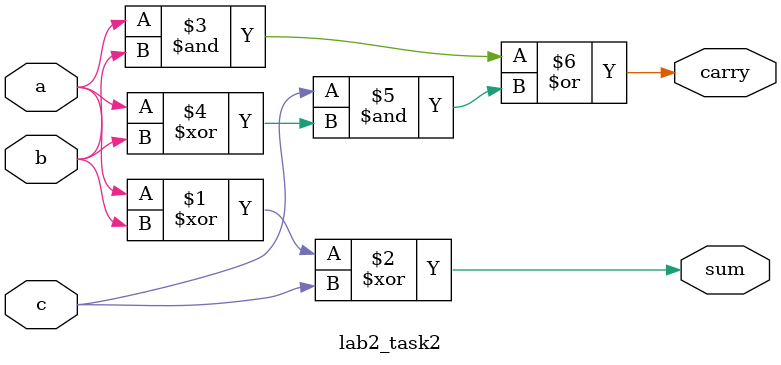
<source format=sv>
module lab2_task2(
    input logic a,
    input logic b,
    input logic c,
    output logic sum,
    output logic carry
); //Removed the extra comma at the end of the carry.

    assign sum = (a ^ b) ^ c;
    assign carry = (a & b) | (c & (a ^ b)); //Added the missing & operator for the conjunction of c and (a ^ b).

endmodule
</source>
